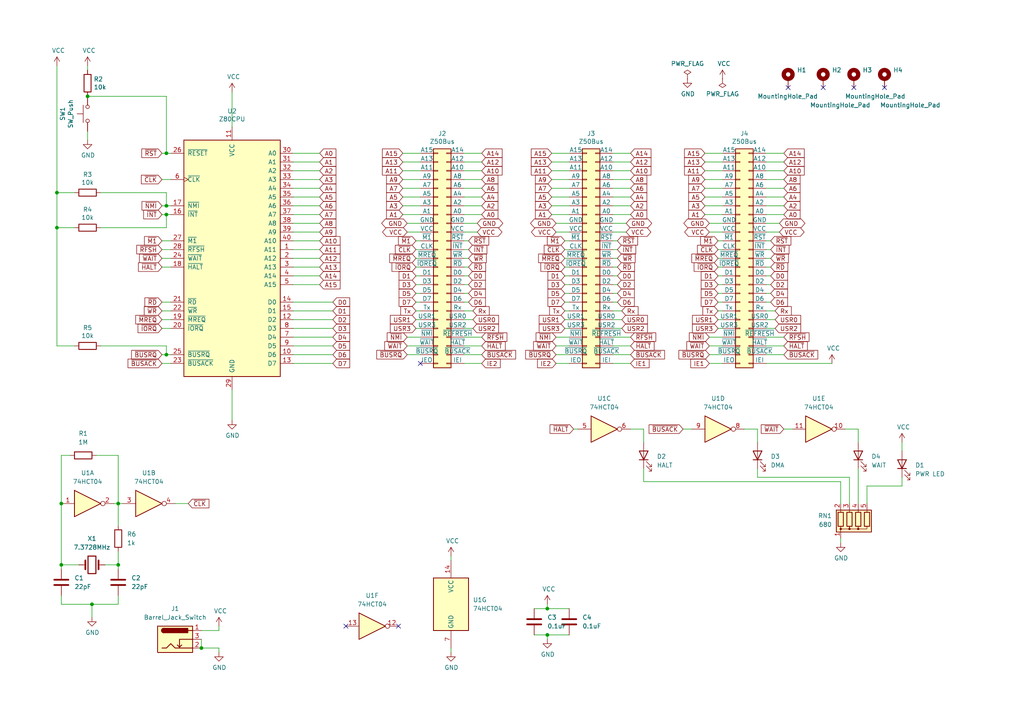
<source format=kicad_sch>
(kicad_sch (version 20211123) (generator eeschema)
  (paper "A4")
  (junction (at 34.29 146.05))
  (junction (at 158.75 184.15))
  (junction (at 26.67 175.26))
  (junction (at 16.51 66.04))
  (junction (at 34.29 163.83))
  (junction (at 25.4 27.94))
  (junction (at 17.78 146.05))
  (junction (at 158.75 176.53))
  (junction (at 17.78 163.83))
  (junction (at 58.42 187.96))
  (junction (at 48.26 62.23))
  (junction (at 16.51 55.88))
  (junction (at 48.26 59.69))
  (junction (at 48.26 102.87))
  (junction (at 48.26 44.45))
  (no_connect (at 121.92 105.41))
  (no_connect (at 115.57 181.61))
  (no_connect (at 100.33 181.61))
  (no_connect (at 228.6 25.4))
  (no_connect (at 238.76 25.4))
  (no_connect (at 247.65 25.4))
  (no_connect (at 256.54 25.4))
  (wire (pts (xy 58.42 185.42) (xy 58.42 187.96)))
  (wire (pts (xy 46.99 95.25) (xy 49.53 95.25)))
  (wire (pts (xy 58.42 182.88) (xy 63.5 182.88)))
  (wire (pts (xy 204.47 44.45) (xy 209.55 44.45)))
  (wire (pts (xy 222.25 69.85) (xy 223.52 69.85)))
  (wire (pts (xy 120.65 74.93) (xy 121.92 74.93)))
  (wire (pts (xy 177.8 77.47) (xy 179.07 77.47)))
  (wire (pts (xy 222.25 82.55) (xy 223.52 82.55)))
  (wire (pts (xy 219.71 138.43) (xy 246.38 138.43)))
  (wire (pts (xy 160.02 57.15) (xy 165.1 57.15)))
  (wire (pts (xy 48.26 66.04) (xy 48.26 62.23)))
  (wire (pts (xy 177.8 72.39) (xy 179.07 72.39)))
  (wire (pts (xy 177.8 102.87) (xy 182.88 102.87)))
  (wire (pts (xy 50.8 146.05) (xy 54.61 146.05)))
  (wire (pts (xy 85.09 82.55) (xy 92.71 82.55)))
  (wire (pts (xy 177.8 64.77) (xy 181.61 64.77)))
  (wire (pts (xy 227.33 124.46) (xy 229.87 124.46)))
  (wire (pts (xy 177.8 100.33) (xy 182.88 100.33)))
  (wire (pts (xy 120.65 82.55) (xy 121.92 82.55)))
  (wire (pts (xy 46.99 44.45) (xy 48.26 44.45)))
  (wire (pts (xy 177.8 95.25) (xy 180.34 95.25)))
  (wire (pts (xy 177.8 97.79) (xy 182.88 97.79)))
  (wire (pts (xy 116.84 52.07) (xy 121.92 52.07)))
  (wire (pts (xy 222.25 80.01) (xy 223.52 80.01)))
  (wire (pts (xy 163.83 82.55) (xy 165.1 82.55)))
  (wire (pts (xy 46.99 52.07) (xy 49.53 52.07)))
  (wire (pts (xy 29.21 66.04) (xy 48.26 66.04)))
  (wire (pts (xy 46.99 77.47) (xy 49.53 77.47)))
  (wire (pts (xy 130.81 187.96) (xy 130.81 189.23)))
  (wire (pts (xy 134.62 100.33) (xy 139.7 100.33)))
  (wire (pts (xy 46.99 102.87) (xy 48.26 102.87)))
  (wire (pts (xy 134.62 69.85) (xy 135.89 69.85)))
  (wire (pts (xy 85.09 69.85) (xy 92.71 69.85)))
  (wire (pts (xy 161.29 102.87) (xy 165.1 102.87)))
  (wire (pts (xy 134.62 77.47) (xy 135.89 77.47)))
  (wire (pts (xy 160.02 59.69) (xy 165.1 59.69)))
  (wire (pts (xy 198.12 124.46) (xy 200.66 124.46)))
  (wire (pts (xy 177.8 82.55) (xy 179.07 82.55)))
  (wire (pts (xy 227.33 46.99) (xy 222.25 46.99)))
  (wire (pts (xy 34.29 175.26) (xy 34.29 172.72)))
  (wire (pts (xy 222.25 95.25) (xy 224.79 95.25)))
  (wire (pts (xy 29.21 55.88) (xy 48.26 55.88)))
  (wire (pts (xy 16.51 55.88) (xy 16.51 66.04)))
  (wire (pts (xy 163.83 69.85) (xy 165.1 69.85)))
  (wire (pts (xy 205.74 100.33) (xy 209.55 100.33)))
  (wire (pts (xy 261.62 138.43) (xy 261.62 140.97)))
  (wire (pts (xy 177.8 69.85) (xy 179.07 69.85)))
  (wire (pts (xy 208.28 87.63) (xy 209.55 87.63)))
  (wire (pts (xy 208.28 69.85) (xy 209.55 69.85)))
  (wire (pts (xy 17.78 132.08) (xy 17.78 146.05)))
  (wire (pts (xy 163.83 90.17) (xy 165.1 90.17)))
  (wire (pts (xy 85.09 62.23) (xy 92.71 62.23)))
  (wire (pts (xy 46.99 62.23) (xy 48.26 62.23)))
  (wire (pts (xy 208.28 80.01) (xy 209.55 80.01)))
  (wire (pts (xy 204.47 62.23) (xy 209.55 62.23)))
  (wire (pts (xy 163.83 85.09) (xy 165.1 85.09)))
  (wire (pts (xy 222.25 90.17) (xy 224.79 90.17)))
  (wire (pts (xy 208.28 82.55) (xy 209.55 82.55)))
  (wire (pts (xy 182.88 57.15) (xy 177.8 57.15)))
  (wire (pts (xy 134.62 82.55) (xy 135.89 82.55)))
  (wire (pts (xy 63.5 182.88) (xy 63.5 181.61)))
  (wire (pts (xy 134.62 72.39) (xy 135.89 72.39)))
  (wire (pts (xy 46.99 69.85) (xy 49.53 69.85)))
  (wire (pts (xy 177.8 87.63) (xy 179.07 87.63)))
  (wire (pts (xy 182.88 62.23) (xy 177.8 62.23)))
  (wire (pts (xy 116.84 59.69) (xy 121.92 59.69)))
  (wire (pts (xy 205.74 67.31) (xy 209.55 67.31)))
  (wire (pts (xy 21.59 66.04) (xy 16.51 66.04)))
  (wire (pts (xy 222.25 100.33) (xy 227.33 100.33)))
  (wire (pts (xy 227.33 49.53) (xy 222.25 49.53)))
  (wire (pts (xy 222.25 87.63) (xy 223.52 87.63)))
  (wire (pts (xy 34.29 146.05) (xy 35.56 146.05)))
  (wire (pts (xy 139.7 59.69) (xy 134.62 59.69)))
  (wire (pts (xy 182.88 49.53) (xy 177.8 49.53)))
  (wire (pts (xy 186.69 124.46) (xy 186.69 128.27)))
  (wire (pts (xy 251.46 140.97) (xy 251.46 146.05)))
  (wire (pts (xy 222.25 64.77) (xy 226.06 64.77)))
  (wire (pts (xy 177.8 85.09) (xy 179.07 85.09)))
  (wire (pts (xy 138.43 67.31) (xy 134.62 67.31)))
  (wire (pts (xy 85.09 67.31) (xy 92.71 67.31)))
  (wire (pts (xy 182.88 124.46) (xy 186.69 124.46)))
  (wire (pts (xy 243.84 139.7) (xy 243.84 146.05)))
  (wire (pts (xy 46.99 87.63) (xy 49.53 87.63)))
  (wire (pts (xy 208.28 90.17) (xy 209.55 90.17)))
  (wire (pts (xy 208.28 85.09) (xy 209.55 85.09)))
  (wire (pts (xy 219.71 135.89) (xy 219.71 138.43)))
  (wire (pts (xy 204.47 59.69) (xy 209.55 59.69)))
  (wire (pts (xy 166.37 124.46) (xy 167.64 124.46)))
  (wire (pts (xy 120.65 90.17) (xy 121.92 90.17)))
  (wire (pts (xy 48.26 102.87) (xy 49.53 102.87)))
  (wire (pts (xy 158.75 175.26) (xy 158.75 176.53)))
  (wire (pts (xy 134.62 85.09) (xy 135.89 85.09)))
  (wire (pts (xy 177.8 90.17) (xy 180.34 90.17)))
  (wire (pts (xy 160.02 44.45) (xy 165.1 44.45)))
  (wire (pts (xy 85.09 102.87) (xy 96.52 102.87)))
  (wire (pts (xy 160.02 49.53) (xy 165.1 49.53)))
  (wire (pts (xy 46.99 105.41) (xy 49.53 105.41)))
  (wire (pts (xy 205.74 102.87) (xy 209.55 102.87)))
  (wire (pts (xy 222.25 92.71) (xy 224.79 92.71)))
  (wire (pts (xy 116.84 62.23) (xy 121.92 62.23)))
  (wire (pts (xy 17.78 175.26) (xy 26.67 175.26)))
  (wire (pts (xy 208.28 77.47) (xy 209.55 77.47)))
  (wire (pts (xy 160.02 54.61) (xy 165.1 54.61)))
  (wire (pts (xy 21.59 55.88) (xy 16.51 55.88)))
  (wire (pts (xy 63.5 187.96) (xy 63.5 189.23)))
  (wire (pts (xy 120.65 77.47) (xy 121.92 77.47)))
  (wire (pts (xy 85.09 59.69) (xy 92.71 59.69)))
  (wire (pts (xy 186.69 139.7) (xy 243.84 139.7)))
  (wire (pts (xy 134.62 74.93) (xy 135.89 74.93)))
  (wire (pts (xy 261.62 140.97) (xy 251.46 140.97)))
  (wire (pts (xy 248.92 124.46) (xy 248.92 128.27)))
  (wire (pts (xy 161.29 100.33) (xy 165.1 100.33)))
  (wire (pts (xy 182.88 54.61) (xy 177.8 54.61)))
  (wire (pts (xy 30.48 163.83) (xy 34.29 163.83)))
  (wire (pts (xy 120.65 95.25) (xy 121.92 95.25)))
  (wire (pts (xy 139.7 52.07) (xy 134.62 52.07)))
  (wire (pts (xy 34.29 146.05) (xy 34.29 152.4)))
  (wire (pts (xy 46.99 72.39) (xy 49.53 72.39)))
  (wire (pts (xy 215.9 124.46) (xy 219.71 124.46)))
  (wire (pts (xy 85.09 87.63) (xy 96.52 87.63)))
  (wire (pts (xy 227.33 59.69) (xy 222.25 59.69)))
  (wire (pts (xy 158.75 184.15) (xy 158.75 185.42)))
  (wire (pts (xy 139.7 49.53) (xy 134.62 49.53)))
  (wire (pts (xy 160.02 46.99) (xy 165.1 46.99)))
  (wire (pts (xy 85.09 74.93) (xy 92.71 74.93)))
  (wire (pts (xy 160.02 62.23) (xy 165.1 62.23)))
  (wire (pts (xy 85.09 100.33) (xy 96.52 100.33)))
  (wire (pts (xy 227.33 62.23) (xy 222.25 62.23)))
  (wire (pts (xy 227.33 44.45) (xy 222.25 44.45)))
  (wire (pts (xy 134.62 92.71) (xy 137.16 92.71)))
  (wire (pts (xy 177.8 105.41) (xy 182.88 105.41)))
  (wire (pts (xy 222.25 102.87) (xy 227.33 102.87)))
  (wire (pts (xy 120.65 69.85) (xy 121.92 69.85)))
  (wire (pts (xy 154.94 176.53) (xy 158.75 176.53)))
  (wire (pts (xy 161.29 105.41) (xy 165.1 105.41)))
  (wire (pts (xy 204.47 54.61) (xy 209.55 54.61)))
  (wire (pts (xy 139.7 44.45) (xy 134.62 44.45)))
  (wire (pts (xy 48.26 100.33) (xy 48.26 102.87)))
  (wire (pts (xy 248.92 135.89) (xy 248.92 146.05)))
  (wire (pts (xy 154.94 184.15) (xy 158.75 184.15)))
  (wire (pts (xy 227.33 52.07) (xy 222.25 52.07)))
  (wire (pts (xy 25.4 19.05) (xy 25.4 20.32)))
  (wire (pts (xy 21.59 100.33) (xy 16.51 100.33)))
  (wire (pts (xy 120.65 87.63) (xy 121.92 87.63)))
  (wire (pts (xy 222.25 72.39) (xy 223.52 72.39)))
  (wire (pts (xy 46.99 90.17) (xy 49.53 90.17)))
  (wire (pts (xy 181.61 67.31) (xy 177.8 67.31)))
  (wire (pts (xy 222.25 97.79) (xy 227.33 97.79)))
  (wire (pts (xy 46.99 74.93) (xy 49.53 74.93)))
  (wire (pts (xy 120.65 85.09) (xy 121.92 85.09)))
  (wire (pts (xy 204.47 52.07) (xy 209.55 52.07)))
  (wire (pts (xy 182.88 52.07) (xy 177.8 52.07)))
  (wire (pts (xy 67.31 113.03) (xy 67.31 121.92)))
  (wire (pts (xy 118.11 67.31) (xy 121.92 67.31)))
  (wire (pts (xy 34.29 163.83) (xy 34.29 165.1)))
  (wire (pts (xy 118.11 64.77) (xy 121.92 64.77)))
  (wire (pts (xy 120.65 72.39) (xy 121.92 72.39)))
  (wire (pts (xy 243.84 156.21) (xy 243.84 157.48)))
  (wire (pts (xy 208.28 92.71) (xy 209.55 92.71)))
  (wire (pts (xy 165.1 184.15) (xy 158.75 184.15)))
  (wire (pts (xy 48.26 59.69) (xy 49.53 59.69)))
  (wire (pts (xy 16.51 66.04) (xy 16.51 100.33)))
  (wire (pts (xy 85.09 44.45) (xy 92.71 44.45)))
  (wire (pts (xy 33.02 146.05) (xy 34.29 146.05)))
  (wire (pts (xy 161.29 67.31) (xy 165.1 67.31)))
  (wire (pts (xy 205.74 97.79) (xy 209.55 97.79)))
  (wire (pts (xy 26.67 175.26) (xy 34.29 175.26)))
  (wire (pts (xy 25.4 38.1) (xy 25.4 40.64)))
  (wire (pts (xy 85.09 90.17) (xy 96.52 90.17)))
  (wire (pts (xy 163.83 92.71) (xy 165.1 92.71)))
  (wire (pts (xy 177.8 74.93) (xy 179.07 74.93)))
  (wire (pts (xy 48.26 44.45) (xy 49.53 44.45)))
  (wire (pts (xy 48.26 55.88) (xy 48.26 59.69)))
  (wire (pts (xy 177.8 92.71) (xy 180.34 92.71)))
  (wire (pts (xy 25.4 27.94) (xy 48.26 27.94)))
  (wire (pts (xy 204.47 49.53) (xy 209.55 49.53)))
  (wire (pts (xy 222.25 74.93) (xy 223.52 74.93)))
  (wire (pts (xy 58.42 187.96) (xy 63.5 187.96)))
  (wire (pts (xy 85.09 57.15) (xy 92.71 57.15)))
  (wire (pts (xy 17.78 146.05) (xy 17.78 163.83)))
  (wire (pts (xy 139.7 54.61) (xy 134.62 54.61)))
  (wire (pts (xy 34.29 132.08) (xy 34.29 146.05)))
  (wire (pts (xy 208.28 95.25) (xy 209.55 95.25)))
  (wire (pts (xy 85.09 95.25) (xy 96.52 95.25)))
  (wire (pts (xy 17.78 172.72) (xy 17.78 175.26)))
  (wire (pts (xy 116.84 57.15) (xy 121.92 57.15)))
  (wire (pts (xy 158.75 176.53) (xy 165.1 176.53)))
  (wire (pts (xy 120.65 80.01) (xy 121.92 80.01)))
  (wire (pts (xy 163.83 77.47) (xy 165.1 77.47)))
  (wire (pts (xy 85.09 92.71) (xy 96.52 92.71)))
  (wire (pts (xy 134.62 97.79) (xy 139.7 97.79)))
  (wire (pts (xy 139.7 46.99) (xy 134.62 46.99)))
  (wire (pts (xy 208.28 74.93) (xy 209.55 74.93)))
  (wire (pts (xy 134.62 87.63) (xy 135.89 87.63)))
  (wire (pts (xy 134.62 80.01) (xy 135.89 80.01)))
  (wire (pts (xy 116.84 54.61) (xy 121.92 54.61)))
  (wire (pts (xy 118.11 100.33) (xy 121.92 100.33)))
  (wire (pts (xy 17.78 132.08) (xy 20.32 132.08)))
  (wire (pts (xy 163.83 72.39) (xy 165.1 72.39)))
  (wire (pts (xy 85.09 105.41) (xy 96.52 105.41)))
  (wire (pts (xy 227.33 54.61) (xy 222.25 54.61)))
  (wire (pts (xy 182.88 59.69) (xy 177.8 59.69)))
  (wire (pts (xy 46.99 92.71) (xy 49.53 92.71)))
  (wire (pts (xy 134.62 95.25) (xy 137.16 95.25)))
  (wire (pts (xy 182.88 44.45) (xy 177.8 44.45)))
  (wire (pts (xy 163.83 87.63) (xy 165.1 87.63)))
  (wire (pts (xy 85.09 80.01) (xy 92.71 80.01)))
  (wire (pts (xy 205.74 64.77) (xy 209.55 64.77)))
  (wire (pts (xy 139.7 57.15) (xy 134.62 57.15)))
  (wire (pts (xy 163.83 74.93) (xy 165.1 74.93)))
  (wire (pts (xy 85.09 72.39) (xy 92.71 72.39)))
  (wire (pts (xy 85.09 77.47) (xy 92.71 77.47)))
  (wire (pts (xy 246.38 138.43) (xy 246.38 146.05)))
  (wire (pts (xy 134.62 102.87) (xy 139.7 102.87)))
  (wire (pts (xy 134.62 105.41) (xy 139.7 105.41)))
  (wire (pts (xy 186.69 135.89) (xy 186.69 139.7)))
  (wire (pts (xy 205.74 105.41) (xy 209.55 105.41)))
  (wire (pts (xy 226.06 67.31) (xy 222.25 67.31)))
  (wire (pts (xy 219.71 124.46) (xy 219.71 128.27)))
  (wire (pts (xy 160.02 52.07) (xy 165.1 52.07)))
  (wire (pts (xy 177.8 80.01) (xy 179.07 80.01)))
  (wire (pts (xy 222.25 85.09) (xy 223.52 85.09)))
  (wire (pts (xy 182.88 46.99) (xy 177.8 46.99)))
  (wire (pts (xy 85.09 54.61) (xy 92.71 54.61)))
  (wire (pts (xy 17.78 165.1) (xy 17.78 163.83)))
  (wire (pts (xy 134.62 90.17) (xy 137.16 90.17)))
  (wire (pts (xy 16.51 19.05) (xy 16.51 55.88)))
  (wire (pts (xy 46.99 59.69) (xy 48.26 59.69)))
  (wire (pts (xy 48.26 62.23) (xy 49.53 62.23)))
  (wire (pts (xy 118.11 102.87) (xy 121.92 102.87)))
  (wire (pts (xy 204.47 46.99) (xy 209.55 46.99)))
  (wire (pts (xy 85.09 97.79) (xy 96.52 97.79)))
  (wire (pts (xy 85.09 52.07) (xy 92.71 52.07)))
  (wire (pts (xy 245.11 124.46) (xy 248.92 124.46)))
  (wire (pts (xy 85.09 49.53) (xy 92.71 49.53)))
  (wire (pts (xy 161.29 97.79) (xy 165.1 97.79)))
  (wire (pts (xy 222.25 77.47) (xy 223.52 77.47)))
  (wire (pts (xy 17.78 163.83) (xy 22.86 163.83)))
  (wire (pts (xy 204.47 57.15) (xy 209.55 57.15)))
  (wire (pts (xy 163.83 95.25) (xy 165.1 95.25)))
  (wire (pts (xy 139.7 62.23) (xy 134.62 62.23)))
  (wire (pts (xy 118.11 97.79) (xy 121.92 97.79)))
  (wire (pts (xy 261.62 128.27) (xy 261.62 130.81)))
  (wire (pts (xy 116.84 44.45) (xy 121.92 44.45)))
  (wire (pts (xy 85.09 64.77) (xy 92.71 64.77)))
  (wire (pts (xy 120.65 92.71) (xy 121.92 92.71)))
  (wire (pts (xy 130.81 161.29) (xy 130.81 162.56)))
  (wire (pts (xy 227.33 57.15) (xy 222.25 57.15)))
  (wire (pts (xy 85.09 46.99) (xy 92.71 46.99)))
  (wire (pts (xy 48.26 27.94) (xy 48.26 44.45)))
  (wire (pts (xy 116.84 49.53) (xy 121.92 49.53)))
  (wire (pts (xy 208.28 72.39) (xy 209.55 72.39)))
  (wire (pts (xy 222.25 105.41) (xy 241.3 105.41)))
  (wire (pts (xy 67.31 26.67) (xy 67.31 36.83)))
  (wire (pts (xy 27.94 132.08) (xy 34.29 132.08)))
  (wire (pts (xy 116.84 46.99) (xy 121.92 46.99)))
  (wire (pts (xy 163.83 80.01) (xy 165.1 80.01)))
  (wire (pts (xy 34.29 160.02) (xy 34.29 163.83)))
  (wire (pts (xy 161.29 64.77) (xy 165.1 64.77)))
  (wire (pts (xy 26.67 175.26) (xy 26.67 179.07)))
  (wire (pts (xy 29.21 100.33) (xy 48.26 100.33)))
  (wire (pts (xy 134.62 64.77) (xy 138.43 64.77)))
  (global_label "D7" (shape input) (at 96.52 105.41 0) (property "Intersheet References" "${INTERSHEET_REFS}" (effects hide)))
  (global_label "D7" (shape input) (at 163.83 87.63 180) (property "Intersheet References" "${INTERSHEET_REFS}" (effects hide)))
  (global_label "D2" (shape input) (at 96.52 92.71 0) (property "Intersheet References" "${INTERSHEET_REFS}" (effects hide)))
  (global_label "A15" (shape input) (at 204.47 44.45 180) (property "Intersheet References" "${INTERSHEET_REFS}" (effects hide)))
  (global_label "IE2" (shape input) (at 161.29 105.41 180) (property "Intersheet References" "${INTERSHEET_REFS}" (effects hide)))
  (global_label "~{RD}" (shape input) (at 223.52 77.47 0) (property "Intersheet References" "${INTERSHEET_REFS}" (effects hide)))
  (global_label "USR3" (shape input) (at 163.83 95.25 180) (property "Intersheet References" "${INTERSHEET_REFS}" (effects hide)))
  (global_label "A15" (shape input) (at 92.71 82.55 0) (property "Intersheet References" "${INTERSHEET_REFS}" (effects hide)))
  (global_label "Tx" (shape input) (at 120.65 90.17 180) (property "Intersheet References" "${INTERSHEET_REFS}" (effects hide)))
  (global_label "~{WR}" (shape input) (at 135.89 74.93 0) (property "Intersheet References" "${INTERSHEET_REFS}" (effects hide)))
  (global_label "~{CLK}" (shape input) (at 163.83 72.39 180) (property "Intersheet References" "${INTERSHEET_REFS}" (effects hide)))
  (global_label "A10" (shape input) (at 227.33 49.53 0) (property "Intersheet References" "${INTERSHEET_REFS}" (effects hide)))
  (global_label "A0" (shape input) (at 139.7 62.23 0) (property "Intersheet References" "${INTERSHEET_REFS}" (effects hide)))
  (global_label "~{IORQ}" (shape input) (at 46.99 95.25 180) (property "Intersheet References" "${INTERSHEET_REFS}" (effects hide)))
  (global_label "A7" (shape input) (at 116.84 54.61 180) (property "Intersheet References" "${INTERSHEET_REFS}" (effects hide)))
  (global_label "Rx" (shape input) (at 137.16 90.17 0) (property "Intersheet References" "${INTERSHEET_REFS}" (effects hide)))
  (global_label "A2" (shape input) (at 139.7 59.69 0) (property "Intersheet References" "${INTERSHEET_REFS}" (effects hide)))
  (global_label "IE1" (shape input) (at 182.88 105.41 0) (property "Intersheet References" "${INTERSHEET_REFS}" (effects hide)))
  (global_label "A7" (shape input) (at 92.71 62.23 0) (property "Intersheet References" "${INTERSHEET_REFS}" (effects hide)))
  (global_label "~{WR}" (shape input) (at 46.99 90.17 180) (property "Intersheet References" "${INTERSHEET_REFS}" (effects hide)))
  (global_label "~{CLK}" (shape input) (at 208.28 72.39 180) (property "Intersheet References" "${INTERSHEET_REFS}" (effects hide)))
  (global_label "~{RD}" (shape input) (at 179.07 77.47 0) (property "Intersheet References" "${INTERSHEET_REFS}" (effects hide)))
  (global_label "A7" (shape input) (at 204.47 54.61 180) (property "Intersheet References" "${INTERSHEET_REFS}" (effects hide)))
  (global_label "A3" (shape input) (at 160.02 59.69 180) (property "Intersheet References" "${INTERSHEET_REFS}" (effects hide)))
  (global_label "A9" (shape input) (at 92.71 67.31 0) (property "Intersheet References" "${INTERSHEET_REFS}" (effects hide)))
  (global_label "D1" (shape input) (at 120.65 80.01 180) (property "Intersheet References" "${INTERSHEET_REFS}" (effects hide)))
  (global_label "A1" (shape input) (at 116.84 62.23 180) (property "Intersheet References" "${INTERSHEET_REFS}" (effects hide)))
  (global_label "~{NMI}" (shape input) (at 161.29 97.79 180) (property "Intersheet References" "${INTERSHEET_REFS}" (effects hide)))
  (global_label "A0" (shape input) (at 227.33 62.23 0) (property "Intersheet References" "${INTERSHEET_REFS}" (effects hide)))
  (global_label "D7" (shape input) (at 208.28 87.63 180) (property "Intersheet References" "${INTERSHEET_REFS}" (effects hide)))
  (global_label "~{INT}" (shape input) (at 135.89 72.39 0) (property "Intersheet References" "${INTERSHEET_REFS}" (effects hide)))
  (global_label "A15" (shape input) (at 116.84 44.45 180) (property "Intersheet References" "${INTERSHEET_REFS}" (effects hide)))
  (global_label "A6" (shape input) (at 227.33 54.61 0) (property "Intersheet References" "${INTERSHEET_REFS}" (effects hide)))
  (global_label "A10" (shape input) (at 139.7 49.53 0) (property "Intersheet References" "${INTERSHEET_REFS}" (effects hide)))
  (global_label "D0" (shape input) (at 223.52 80.01 0) (property "Intersheet References" "${INTERSHEET_REFS}" (effects hide)))
  (global_label "A2" (shape input) (at 182.88 59.69 0) (property "Intersheet References" "${INTERSHEET_REFS}" (effects hide)))
  (global_label "D3" (shape input) (at 163.83 82.55 180) (property "Intersheet References" "${INTERSHEET_REFS}" (effects hide)))
  (global_label "A6" (shape input) (at 139.7 54.61 0) (property "Intersheet References" "${INTERSHEET_REFS}" (effects hide)))
  (global_label "~{RD}" (shape input) (at 46.99 87.63 180) (property "Intersheet References" "${INTERSHEET_REFS}" (effects hide)))
  (global_label "A3" (shape input) (at 116.84 59.69 180) (property "Intersheet References" "${INTERSHEET_REFS}" (effects hide)))
  (global_label "USR2" (shape input) (at 137.16 95.25 0) (property "Intersheet References" "${INTERSHEET_REFS}" (effects hide)))
  (global_label "~{M1}" (shape input) (at 46.99 69.85 180) (property "Intersheet References" "${INTERSHEET_REFS}" (effects hide)))
  (global_label "A10" (shape input) (at 92.71 69.85 0) (property "Intersheet References" "${INTERSHEET_REFS}" (effects hide)))
  (global_label "~{CLK}" (shape input) (at 46.99 52.07 180) (property "Intersheet References" "${INTERSHEET_REFS}" (effects hide)))
  (global_label "~{WAIT}" (shape input) (at 161.29 100.33 180) (property "Intersheet References" "${INTERSHEET_REFS}" (effects hide)))
  (global_label "~{BUSRQ}" (shape input) (at 118.11 102.87 180) (property "Intersheet References" "${INTERSHEET_REFS}" (effects hide)))
  (global_label "IE1" (shape input) (at 205.74 105.41 180) (property "Intersheet References" "${INTERSHEET_REFS}" (effects hide)))
  (global_label "USR2" (shape input) (at 224.79 95.25 0) (property "Intersheet References" "${INTERSHEET_REFS}" (effects hide)))
  (global_label "A1" (shape input) (at 204.47 62.23 180) (property "Intersheet References" "${INTERSHEET_REFS}" (effects hide)))
  (global_label "~{MREQ}" (shape input) (at 120.65 74.93 180) (property "Intersheet References" "${INTERSHEET_REFS}" (effects hide)))
  (global_label "A1" (shape input) (at 92.71 46.99 0) (property "Intersheet References" "${INTERSHEET_REFS}" (effects hide)))
  (global_label "~{INT}" (shape input) (at 179.07 72.39 0) (property "Intersheet References" "${INTERSHEET_REFS}" (effects hide)))
  (global_label "A13" (shape input) (at 116.84 46.99 180) (property "Intersheet References" "${INTERSHEET_REFS}" (effects hide)))
  (global_label "~{RST}" (shape input) (at 135.89 69.85 0) (property "Intersheet References" "${INTERSHEET_REFS}" (effects hide)))
  (global_label "USR3" (shape input) (at 120.65 95.25 180) (property "Intersheet References" "${INTERSHEET_REFS}" (effects hide)))
  (global_label "~{MREQ}" (shape input) (at 163.83 74.93 180) (property "Intersheet References" "${INTERSHEET_REFS}" (effects hide)))
  (global_label "~{MREQ}" (shape input) (at 208.28 74.93 180) (property "Intersheet References" "${INTERSHEET_REFS}" (effects hide)))
  (global_label "D0" (shape input) (at 96.52 87.63 0) (property "Intersheet References" "${INTERSHEET_REFS}" (effects hide)))
  (global_label "USR2" (shape input) (at 180.34 95.25 0) (property "Intersheet References" "${INTERSHEET_REFS}" (effects hide)))
  (global_label "A0" (shape input) (at 182.88 62.23 0) (property "Intersheet References" "${INTERSHEET_REFS}" (effects hide)))
  (global_label "USR3" (shape input) (at 208.28 95.25 180) (property "Intersheet References" "${INTERSHEET_REFS}" (effects hide)))
  (global_label "~{WAIT}" (shape input) (at 46.99 74.93 180) (property "Intersheet References" "${INTERSHEET_REFS}" (effects hide)))
  (global_label "A5" (shape input) (at 116.84 57.15 180) (property "Intersheet References" "${INTERSHEET_REFS}" (effects hide)))
  (global_label "~{RFSH}" (shape input) (at 139.7 97.79 0) (property "Intersheet References" "${INTERSHEET_REFS}" (effects hide)))
  (global_label "A7" (shape input) (at 160.02 54.61 180) (property "Intersheet References" "${INTERSHEET_REFS}" (effects hide)))
  (global_label "~{RD}" (shape input) (at 135.89 77.47 0) (property "Intersheet References" "${INTERSHEET_REFS}" (effects hide)))
  (global_label "D0" (shape input) (at 135.89 80.01 0) (property "Intersheet References" "${INTERSHEET_REFS}" (effects hide)))
  (global_label "D2" (shape input) (at 135.89 82.55 0) (property "Intersheet References" "${INTERSHEET_REFS}" (effects hide)))
  (global_label "~{BUSACK}" (shape input) (at 139.7 102.87 0) (property "Intersheet References" "${INTERSHEET_REFS}" (effects hide)))
  (global_label "A5" (shape input) (at 160.02 57.15 180) (property "Intersheet References" "${INTERSHEET_REFS}" (effects hide)))
  (global_label "Rx" (shape input) (at 180.34 90.17 0) (property "Intersheet References" "${INTERSHEET_REFS}" (effects hide)))
  (global_label "A2" (shape input) (at 92.71 49.53 0) (property "Intersheet References" "${INTERSHEET_REFS}" (effects hide)))
  (global_label "~{RFSH}" (shape input) (at 182.88 97.79 0) (property "Intersheet References" "${INTERSHEET_REFS}" (effects hide)))
  (global_label "~{NMI}" (shape input) (at 205.74 97.79 180) (property "Intersheet References" "${INTERSHEET_REFS}" (effects hide)))
  (global_label "D1" (shape input) (at 163.83 80.01 180) (property "Intersheet References" "${INTERSHEET_REFS}" (effects hide)))
  (global_label "A14" (shape input) (at 139.7 44.45 0) (property "Intersheet References" "${INTERSHEET_REFS}" (effects hide)))
  (global_label "A11" (shape input) (at 204.47 49.53 180) (property "Intersheet References" "${INTERSHEET_REFS}" (effects hide)))
  (global_label "A11" (shape input) (at 116.84 49.53 180) (property "Intersheet References" "${INTERSHEET_REFS}" (effects hide)))
  (global_label "A11" (shape input) (at 92.71 72.39 0) (property "Intersheet References" "${INTERSHEET_REFS}" (effects hide)))
  (global_label "~{BUSACK}" (shape input) (at 46.99 105.41 180) (property "Intersheet References" "${INTERSHEET_REFS}" (effects hide)))
  (global_label "~{RFSH}" (shape input) (at 46.99 72.39 180) (property "Intersheet References" "${INTERSHEET_REFS}" (effects hide)))
  (global_label "~{HALT}" (shape input) (at 182.88 100.33 0) (property "Intersheet References" "${INTERSHEET_REFS}" (effects hide)))
  (global_label "A3" (shape input) (at 92.71 52.07 0) (property "Intersheet References" "${INTERSHEET_REFS}" (effects hide)))
  (global_label "~{M1}" (shape input) (at 208.28 69.85 180) (property "Intersheet References" "${INTERSHEET_REFS}" (effects hide)))
  (global_label "A8" (shape input) (at 92.71 64.77 0) (property "Intersheet References" "${INTERSHEET_REFS}" (effects hide)))
  (global_label "USR1" (shape input) (at 208.28 92.71 180) (property "Intersheet References" "${INTERSHEET_REFS}" (effects hide)))
  (global_label "A6" (shape input) (at 182.88 54.61 0) (property "Intersheet References" "${INTERSHEET_REFS}" (effects hide)))
  (global_label "VCC" (shape bidirectional) (at 161.29 67.31 180) (property "Intersheet References" "${INTERSHEET_REFS}" (effects hide)))
  (global_label "GND" (shape bidirectional) (at 118.11 64.77 180) (property "Intersheet References" "${INTERSHEET_REFS}" (effects hide)))
  (global_label "VCC" (shape bidirectional) (at 138.43 67.31 0) (property "Intersheet References" "${INTERSHEET_REFS}" (effects hide)))
  (global_label "~{NMI}" (shape input) (at 118.11 97.79 180) (property "Intersheet References" "${INTERSHEET_REFS}" (effects hide)))
  (global_label "A13" (shape input) (at 204.47 46.99 180) (property "Intersheet References" "${INTERSHEET_REFS}" (effects hide)))
  (global_label "~{HALT}" (shape input) (at 166.37 124.46 180) (property "Intersheet References" "${INTERSHEET_REFS}" (effects hide)))
  (global_label "D0" (shape input) (at 179.07 80.01 0) (property "Intersheet References" "${INTERSHEET_REFS}" (effects hide)))
  (global_label "A12" (shape input) (at 92.71 74.93 0) (property "Intersheet References" "${INTERSHEET_REFS}" (effects hide)))
  (global_label "~{BUSACK}" (shape input) (at 198.12 124.46 180) (property "Intersheet References" "${INTERSHEET_REFS}" (effects hide)))
  (global_label "USR0" (shape input) (at 137.16 92.71 0) (property "Intersheet References" "${INTERSHEET_REFS}" (effects hide)))
  (global_label "D6" (shape input) (at 135.89 87.63 0) (property "Intersheet References" "${INTERSHEET_REFS}" (effects hide)))
  (global_label "A8" (shape input) (at 182.88 52.07 0) (property "Intersheet References" "${INTERSHEET_REFS}" (effects hide)))
  (global_label "~{IORQ}" (shape input) (at 120.65 77.47 180) (property "Intersheet References" "${INTERSHEET_REFS}" (effects hide)))
  (global_label "VCC" (shape bidirectional) (at 205.74 67.31 180) (property "Intersheet References" "${INTERSHEET_REFS}" (effects hide)))
  (global_label "USR1" (shape input) (at 163.83 92.71 180) (property "Intersheet References" "${INTERSHEET_REFS}" (effects hide)))
  (global_label "D5" (shape input) (at 120.65 85.09 180) (property "Intersheet References" "${INTERSHEET_REFS}" (effects hide)))
  (global_label "~{RST}" (shape input) (at 179.07 69.85 0) (property "Intersheet References" "${INTERSHEET_REFS}" (effects hide)))
  (global_label "~{WAIT}" (shape input) (at 227.33 124.46 180) (property "Intersheet References" "${INTERSHEET_REFS}" (effects hide)))
  (global_label "A14" (shape input) (at 182.88 44.45 0) (property "Intersheet References" "${INTERSHEET_REFS}" (effects hide)))
  (global_label "D3" (shape input) (at 208.28 82.55 180) (property "Intersheet References" "${INTERSHEET_REFS}" (effects hide)))
  (global_label "D1" (shape input) (at 208.28 80.01 180) (property "Intersheet References" "${INTERSHEET_REFS}" (effects hide)))
  (global_label "D6" (shape input) (at 179.07 87.63 0) (property "Intersheet References" "${INTERSHEET_REFS}" (effects hide)))
  (global_label "D6" (shape input) (at 223.52 87.63 0) (property "Intersheet References" "${INTERSHEET_REFS}" (effects hide)))
  (global_label "A9" (shape input) (at 116.84 52.07 180) (property "Intersheet References" "${INTERSHEET_REFS}" (effects hide)))
  (global_label "A4" (shape input) (at 227.33 57.15 0) (property "Intersheet References" "${INTERSHEET_REFS}" (effects hide)))
  (global_label "Rx" (shape input) (at 224.79 90.17 0) (property "Intersheet References" "${INTERSHEET_REFS}" (effects hide)))
  (global_label "A12" (shape input) (at 139.7 46.99 0) (property "Intersheet References" "${INTERSHEET_REFS}" (effects hide)))
  (global_label "~{INT}" (shape input) (at 46.99 62.23 180) (property "Intersheet References" "${INTERSHEET_REFS}" (effects hide)))
  (global_label "A1" (shape input) (at 160.02 62.23 180) (property "Intersheet References" "${INTERSHEET_REFS}" (effects hide)))
  (global_label "A14" (shape input) (at 92.71 80.01 0) (property "Intersheet References" "${INTERSHEET_REFS}" (effects hide)))
  (global_label "VCC" (shape bidirectional) (at 226.06 67.31 0) (property "Intersheet References" "${INTERSHEET_REFS}" (effects hide)))
  (global_label "~{RST}" (shape input) (at 46.99 44.45 180) (property "Intersheet References" "${INTERSHEET_REFS}" (effects hide)))
  (global_label "~{WAIT}" (shape input) (at 205.74 100.33 180) (property "Intersheet References" "${INTERSHEET_REFS}" (effects hide)))
  (global_label "GND" (shape bidirectional) (at 138.43 64.77 0) (property "Intersheet References" "${INTERSHEET_REFS}" (effects hide)))
  (global_label "GND" (shape bidirectional) (at 205.74 64.77 180) (property "Intersheet References" "${INTERSHEET_REFS}" (effects hide)))
  (global_label "D2" (shape input) (at 223.52 82.55 0) (property "Intersheet References" "${INTERSHEET_REFS}" (effects hide)))
  (global_label "D4" (shape input) (at 96.52 97.79 0) (property "Intersheet References" "${INTERSHEET_REFS}" (effects hide)))
  (global_label "~{M1}" (shape input) (at 163.83 69.85 180) (property "Intersheet References" "${INTERSHEET_REFS}" (effects hide)))
  (global_label "D3" (shape input) (at 120.65 82.55 180) (property "Intersheet References" "${INTERSHEET_REFS}" (effects hide)))
  (global_label "D6" (shape input) (at 96.52 102.87 0) (property "Intersheet References" "${INTERSHEET_REFS}" (effects hide)))
  (global_label "Tx" (shape input) (at 208.28 90.17 180) (property "Intersheet References" "${INTERSHEET_REFS}" (effects hide)))
  (global_label "~{IORQ}" (shape input) (at 208.28 77.47 180) (property "Intersheet References" "${INTERSHEET_REFS}" (effects hide)))
  (global_label "A6" (shape input) (at 92.71 59.69 0) (property "Intersheet References" "${INTERSHEET_REFS}" (effects hide)))
  (global_label "D7" (shape input) (at 120.65 87.63 180) (property "Intersheet References" "${INTERSHEET_REFS}" (effects hide)))
  (global_label "D4" (shape input) (at 135.89 85.09 0) (property "Intersheet References" "${INTERSHEET_REFS}" (effects hide)))
  (global_label "USR0" (shape input) (at 180.34 92.71 0) (property "Intersheet References" "${INTERSHEET_REFS}" (effects hide)))
  (global_label "A5" (shape input) (at 204.47 57.15 180) (property "Intersheet References" "${INTERSHEET_REFS}" (effects hide)))
  (global_label "~{CLK}" (shape input) (at 120.65 72.39 180) (property "Intersheet References" "${INTERSHEET_REFS}" (effects hide)))
  (global_label "Tx" (shape input) (at 163.83 90.17 180) (property "Intersheet References" "${INTERSHEET_REFS}" (effects hide)))
  (global_label "USR1" (shape input) (at 120.65 92.71 180) (property "Intersheet References" "${INTERSHEET_REFS}" (effects hide)))
  (global_label "A2" (shape input) (at 227.33 59.69 0) (property "Intersheet References" "${INTERSHEET_REFS}" (effects hide)))
  (global_label "~{RFSH}" (shape input) (at 227.33 97.79 0) (property "Intersheet References" "${INTERSHEET_REFS}" (effects hide)))
  (global_label "USR0" (shape input) (at 224.79 92.71 0) (property "Intersheet References" "${INTERSHEET_REFS}" (effects hide)))
  (global_label "~{INT}" (shape input) (at 223.52 72.39 0) (property "Intersheet References" "${INTERSHEET_REFS}" (effects hide)))
  (global_label "GND" (shape bidirectional) (at 226.06 64.77 0) (property "Intersheet References" "${INTERSHEET_REFS}" (effects hide)))
  (global_label "~{NMI}" (shape input) (at 46.99 59.69 180) (property "Intersheet References" "${INTERSHEET_REFS}" (effects hide)))
  (global_label "A12" (shape input) (at 227.33 46.99 0) (property "Intersheet References" "${INTERSHEET_REFS}" (effects hide)))
  (global_label "D4" (shape input) (at 179.07 85.09 0) (property "Intersheet References" "${INTERSHEET_REFS}" (effects hide)))
  (global_label "~{CLK}" (shape input) (at 54.61 146.05 0) (property "Intersheet References" "${INTERSHEET_REFS}" (effects hide)))
  (global_label "~{BUSACK}" (shape input) (at 227.33 102.87 0) (property "Intersheet References" "${INTERSHEET_REFS}" (effects hide)))
  (global_label "~{RST}" (shape input) (at 223.52 69.85 0) (property "Intersheet References" "${INTERSHEET_REFS}" (effects hide)))
  (global_label "VCC" (shape bidirectional) (at 181.61 67.31 0) (property "Intersheet References" "${INTERSHEET_REFS}" (effects hide)))
  (global_label "~{WAIT}" (shape input) (at 118.11 100.33 180) (property "Intersheet References" "${INTERSHEET_REFS}" (effects hide)))
  (global_label "A3" (shape input) (at 204.47 59.69 180) (property "Intersheet References" "${INTERSHEET_REFS}" (effects hide)))
  (global_label "~{BUSRQ}" (shape input) (at 205.74 102.87 180) (property "Intersheet References" "${INTERSHEET_REFS}" (effects hide)))
  (global_label "A4" (shape input) (at 139.7 57.15 0) (property "Intersheet References" "${INTERSHEET_REFS}" (effects hide)))
  (global_label "A8" (shape input) (at 139.7 52.07 0) (property "Intersheet References" "${INTERSHEET_REFS}" (effects hide)))
  (global_label "D4" (shape input) (at 223.52 85.09 0) (property "Intersheet References" "${INTERSHEET_REFS}" (effects hide)))
  (global_label "~{HALT}" (shape input) (at 46.99 77.47 180) (property "Intersheet References" "${INTERSHEET_REFS}" (effects hide)))
  (global_label "~{BUSRQ}" (shape input) (at 46.99 102.87 180) (property "Intersheet References" "${INTERSHEET_REFS}" (effects hide)))
  (global_label "D5" (shape input) (at 208.28 85.09 180) (property "Intersheet References" "${INTERSHEET_REFS}" (effects hide)))
  (global_label "A15" (shape input) (at 160.02 44.45 180) (property "Intersheet References" "${INTERSHEET_REFS}" (effects hide)))
  (global_label "A9" (shape input) (at 204.47 52.07 180) (property "Intersheet References" "${INTERSHEET_REFS}" (effects hide)))
  (global_label "A0" (shape input) (at 92.71 44.45 0) (property "Intersheet References" "${INTERSHEET_REFS}" (effects hide)))
  (global_label "~{BUSACK}" (shape input) (at 182.88 102.87 0) (property "Intersheet References" "${INTERSHEET_REFS}" (effects hide)))
  (global_label "~{HALT}" (shape input) (at 227.33 100.33 0) (property "Intersheet References" "${INTERSHEET_REFS}" (effects hide)))
  (global_label "D5" (shape input) (at 163.83 85.09 180) (property "Intersheet References" "${INTERSHEET_REFS}" (effects hide)))
  (global_label "D3" (shape input) (at 96.52 95.25 0) (property "Intersheet References" "${INTERSHEET_REFS}" (effects hide)))
  (global_label "A14" (shape input) (at 227.33 44.45 0) (property "Intersheet References" "${INTERSHEET_REFS}" (effects hide)))
  (global_label "D5" (shape input) (at 96.52 100.33 0) (property "Intersheet References" "${INTERSHEET_REFS}" (effects hide)))
  (global_label "D1" (shape input) (at 96.52 90.17 0) (property "Intersheet References" "${INTERSHEET_REFS}" (effects hide)))
  (global_label "~{BUSRQ}" (shape input) (at 161.29 102.87 180) (property "Intersheet References" "${INTERSHEET_REFS}" (effects hide)))
  (global_label "~{IORQ}" (shape input) (at 163.83 77.47 180) (property "Intersheet References" "${INTERSHEET_REFS}" (effects hide)))
  (global_label "VCC" (shape bidirectional) (at 118.11 67.31 180) (property "Intersheet References" "${INTERSHEET_REFS}" (effects hide)))
  (global_label "A11" (shape input) (at 160.02 49.53 180) (property "Intersheet References" "${INTERSHEET_REFS}" (effects hide)))
  (global_label "~{HALT}" (shape input) (at 139.7 100.33 0) (property "Intersheet References" "${INTERSHEET_REFS}" (effects hide)))
  (global_label "A9" (shape input) (at 160.02 52.07 180) (property "Intersheet References" "${INTERSHEET_REFS}" (effects hide)))
  (global_label "A13" (shape input) (at 160.02 46.99 180) (property "Intersheet References" "${INTERSHEET_REFS}" (effects hide)))
  (global_label "GND" (shape bidirectional) (at 161.29 64.77 180) (property "Intersheet References" "${INTERSHEET_REFS}" (effects hide)))
  (global_label "~{WR}" (shape input) (at 179.07 74.93 0) (property "Intersheet References" "${INTERSHEET_REFS}" (effects hide)))
  (global_label "D2" (shape input) (at 179.07 82.55 0) (property "Intersheet References" "${INTERSHEET_REFS}" (effects hide)))
  (global_label "A8" (shape input) (at 227.33 52.07 0) (property "Intersheet References" "${INTERSHEET_REFS}" (effects hide)))
  (global_label "IE2" (shape input) (at 139.7 105.41 0) (property "Intersheet References" "${INTERSHEET_REFS}" (effects hide)))
  (global_label "~{MREQ}" (shape input) (at 46.99 92.71 180) (property "Intersheet References" "${INTERSHEET_REFS}" (effects hide)))
  (global_label "A10" (shape input) (at 182.88 49.53 0) (property "Intersheet References" "${INTERSHEET_REFS}" (effects hide)))
  (global_label "A13" (shape input) (at 92.71 77.47 0) (property "Intersheet References" "${INTERSHEET_REFS}" (effects hide)))
  (global_label "A12" (shape input) (at 182.88 46.99 0) (property "Intersheet References" "${INTERSHEET_REFS}" (effects hide)))
  (global_label "A4" (shape input) (at 92.71 54.61 0) (property "Intersheet References" "${INTERSHEET_REFS}" (effects hide)))
  (global_label "~{M1}" (shape input) (at 120.65 69.85 180) (property "Intersheet References" "${INTERSHEET_REFS}" (effects hide)))
  (global_label "A5" (shape input) (at 92.71 57.15 0) (property "Intersheet References" "${INTERSHEET_REFS}" (effects hide)))
  (global_label "~{WR}" (shape input) (at 223.52 74.93 0) (property "Intersheet References" "${INTERSHEET_REFS}" (effects hide)))
  (global_label "A4" (shape input) (at 182.88 57.15 0) (property "Intersheet References" "${INTERSHEET_REFS}" (effects hide)))
  (global_label "GND" (shape bidirectional) (at 181.61 64.77 0) (property "Intersheet References" "${INTERSHEET_REFS}" (effects hide)))
  (symbol (lib_id "CPU:Z80CPU") (at 67.31 74.93 0) (unit 1)
    (property "Reference" "U2" (at 67.31 32.2326 0))
    (property "Value" "Z80CPU" (at 67.31 34.544 0))
    (property "Footprint" "Package_DIP:DIP-40_W15.24mm" (effects hide))
    (property "Datasheet" "www.zilog.com/manage_directlink.php?filepath=docs/z80/um0080" (effects hide))
  )
  (symbol (lib_id "power:GND") (at 67.31 121.92 0) (unit 1)
    (property "Reference" "#PWR08" (effects hide))
    (property "Value" "GND" (at 67.437 126.3142 0))
  )
  (symbol (lib_id "power:VCC") (at 67.31 26.67 0) (unit 1)
    (property "Reference" "#PWR07" (effects hide))
    (property "Value" "VCC" (at 67.7418 22.2758 0))
  )
  (symbol (lib_id "Z80HB---Modular-rescue:Z50Bus-Connector_Generic") (at 127 74.93 0) (unit 1)
    (property "Reference" "J2" (at 128.27 38.735 0))
    (property "Value" "Z50Bus" (at 128.27 41.0464 0))
    (property "Footprint" "Connector_PinSocket_2.54mm:PinSocket_2x25_P2.54mm_Vertical" (effects hide))
  )
  (symbol (lib_id "power:GND") (at 199.39 22.86 0) (unit 1)
    (property "Reference" "#PWR016" (effects hide))
    (property "Value" "GND" (at 199.517 27.2542 0))
  )
  (symbol (lib_id "power:VCC") (at 209.55 22.86 0) (unit 1)
    (property "Reference" "#PWR018" (effects hide))
    (property "Value" "VCC" (at 209.9818 18.4658 0))
  )
  (symbol (lib_id "power:PWR_FLAG") (at 209.55 22.86 180) (unit 1)
    (property "Reference" "#FLG02" (effects hide))
    (property "Value" "PWR_FLAG" (at 209.55 27.2542 0))
  )
  (symbol (lib_id "power:PWR_FLAG") (at 199.39 22.86 0) (unit 1)
    (property "Reference" "#FLG01" (effects hide))
    (property "Value" "PWR_FLAG" (at 199.39 18.4658 0))
  )
  (symbol (lib_id "power:VCC") (at 25.4 19.05 0) (unit 1)
    (property "Reference" "#PWR02" (effects hide))
    (property "Value" "VCC" (at 25.8318 14.6558 0))
  )
  (symbol (lib_id "Device:R") (at 25.4 24.13 180) (unit 1)
    (property "Reference" "R2" (at 27.178 22.9616 0) (effects (justify right)))
    (property "Value" "10k" (at 27.178 25.273 0) (effects (justify right)))
    (property "Footprint" "Resistor_THT:R_Axial_DIN0207_L6.3mm_D2.5mm_P7.62mm_Horizontal" (effects hide))
  )
  (symbol (lib_id "Device:R") (at 25.4 55.88 90) (unit 1)
    (property "Reference" "R3" (at 25.4 50.6222 90))
    (property "Value" "10k" (at 25.4 52.9336 90))
    (property "Footprint" "Resistor_THT:R_Axial_DIN0207_L6.3mm_D2.5mm_P7.62mm_Horizontal" (effects hide))
  )
  (symbol (lib_id "Device:R") (at 25.4 66.04 270) (unit 1)
    (property "Reference" "R4" (at 25.4 60.7822 90))
    (property "Value" "10k" (at 25.4 63.0936 90))
    (property "Footprint" "Resistor_THT:R_Axial_DIN0207_L6.3mm_D2.5mm_P7.62mm_Horizontal" (effects hide))
  )
  (symbol (lib_id "power:VCC") (at 16.51 19.05 0) (unit 1)
    (property "Reference" "#PWR01" (effects hide))
    (property "Value" "VCC" (at 16.9418 14.6558 0))
  )
  (symbol (lib_id "Switch:SW_Push") (at 25.4 33.02 90) (unit 1)
    (property "Reference" "SW1" (at 18.161 33.02 0))
    (property "Value" "SW_Push" (at 20.4724 33.02 0))
    (property "Footprint" "Button_Switch_THT:SW_PUSH_6mm_H5mm" (effects hide))
  )
  (symbol (lib_id "power:GND") (at 25.4 40.64 0) (unit 1)
    (property "Reference" "#PWR03" (effects hide))
    (property "Value" "GND" (at 25.527 45.0342 0))
  )
  (symbol (lib_id "Device:R") (at 25.4 100.33 270) (unit 1)
    (property "Reference" "R5" (at 25.4 95.0722 90))
    (property "Value" "10k" (at 25.4 97.3836 90))
    (property "Footprint" "Resistor_THT:R_Axial_DIN0207_L6.3mm_D2.5mm_P7.62mm_Horizontal" (effects hide))
  )
  (symbol (lib_id "power:VCC") (at 241.3 105.41 0) (unit 1)
    (property "Reference" "#PWR0102" (effects hide))
    (property "Value" "VCC" (at 241.7318 101.0158 0))
  )
  (symbol (lib_id "74xx:74HCT04") (at 43.18 146.05 0) (unit 2)
    (property "Reference" "U1" (at 43.18 137.16 0))
    (property "Value" "74HCT04" (at 43.18 139.7 0))
    (property "Footprint" "Package_DIP:DIP-14_W7.62mm" (effects hide))
    (property "Datasheet" "https://assets.nexperia.com/documents/data-sheet/74HC_HCT04.pdf" (effects hide))
  )
  (symbol (lib_id "power:VCC") (at 261.62 128.27 0) (unit 1)
    (property "Reference" "#PWR09" (effects hide))
    (property "Value" "VCC" (at 262.0518 123.8758 0))
  )
  (symbol (lib_id "74xx:74HCT04") (at 208.28 124.46 0) (unit 4)
    (property "Reference" "U1" (at 208.28 115.57 0))
    (property "Value" "74HCT04" (at 208.28 118.11 0))
    (property "Footprint" "Package_DIP:DIP-14_W7.62mm" (effects hide))
    (property "Datasheet" "https://assets.nexperia.com/documents/data-sheet/74HC_HCT04.pdf" (effects hide))
  )
  (symbol (lib_id "Device:Crystal") (at 26.67 163.83 180) (unit 1)
    (property "Reference" "X1" (at 26.67 156.21 0))
    (property "Value" "7.3728MHz" (at 26.67 158.75 0))
    (property "Footprint" "Crystal:Crystal_HC49-4H_Vertical" (effects hide))
  )
  (symbol (lib_id "Mechanical:MountingHole_Pad") (at 228.6 22.86 0) (unit 1)
    (property "Reference" "H1" (at 231.14 20.3199 0) (effects (justify left)))
    (property "Value" "MountingHole_Pad" (at 219.71 27.94 0) (effects (justify left)))
    (property "Footprint" "MountingHole:MountingHole_2.2mm_M2_DIN965_Pad" (effects hide))
  )
  (symbol (lib_id "power:GND") (at 63.5 189.23 0) (unit 1)
    (property "Reference" "#PWR06" (effects hide))
    (property "Value" "GND" (at 63.627 193.6242 0))
  )
  (symbol (lib_id "power:GND") (at 158.75 185.42 0) (unit 1)
    (property "Reference" "#PWR012" (effects hide))
    (property "Value" "GND" (at 158.877 189.8142 0))
  )
  (symbol (lib_id "power:GND") (at 130.81 189.23 0) (unit 1)
    (property "Reference" "#PWR014" (effects hide))
    (property "Value" "GND" (at 130.937 193.6242 0))
  )
  (symbol (lib_id "74xx:74HCT04") (at 237.49 124.46 0) (unit 5)
    (property "Reference" "U1" (at 237.49 115.57 0))
    (property "Value" "74HCT04" (at 237.49 118.11 0))
    (property "Footprint" "Package_DIP:DIP-14_W7.62mm" (effects hide))
    (property "Datasheet" "https://assets.nexperia.com/documents/data-sheet/74HC_HCT04.pdf" (effects hide))
  )
  (symbol (lib_id "Mechanical:MountingHole_Pad") (at 247.65 22.86 0) (unit 1)
    (property "Reference" "H3" (at 250.19 20.3199 0) (effects (justify left)))
    (property "Value" "MountingHole_Pad" (at 245.11 27.94 0) (effects (justify left)))
    (property "Footprint" "MountingHole:MountingHole_2.2mm_M2_DIN965_Pad" (effects hide))
  )
  (symbol (lib_id "Device:C") (at 165.1 180.34 0) (unit 1)
    (property "Reference" "C4" (at 168.91 179.0699 0) (effects (justify left)))
    (property "Value" "0.1uF" (at 168.91 181.6099 0) (effects (justify left)))
    (property "Footprint" "Capacitor_THT:C_Disc_D3.4mm_W2.1mm_P2.50mm" (effects hide))
  )
  (symbol (lib_id "Device:C") (at 17.78 168.91 0) (unit 1)
    (property "Reference" "C1" (at 21.59 167.6399 0) (effects (justify left)))
    (property "Value" "22pF" (at 21.59 170.1799 0) (effects (justify left)))
    (property "Footprint" "Capacitor_THT:C_Disc_D3.4mm_W2.1mm_P2.50mm" (effects hide))
  )
  (symbol (lib_id "Z80HB---Modular-rescue:Z50Bus-Connector_Generic") (at 214.63 74.93 0) (unit 1)
    (property "Reference" "J4" (at 215.9 38.735 0))
    (property "Value" "Z50Bus" (at 215.9 41.0464 0))
    (property "Footprint" "Connector_PinSocket_2.54mm:PinSocket_2x25_P2.54mm_Vertical" (effects hide))
  )
  (symbol (lib_id "Device:LED") (at 248.92 132.08 90) (unit 1)
    (property "Reference" "D4" (at 252.73 132.3974 90) (effects (justify right)))
    (property "Value" "WAIT" (at 252.73 134.9374 90) (effects (justify right)))
    (property "Footprint" "LED_THT:LED_D5.0mm" (effects hide))
  )
  (symbol (lib_id "Device:LED") (at 219.71 132.08 90) (unit 1)
    (property "Reference" "D3" (at 223.52 132.3974 90) (effects (justify right)))
    (property "Value" "DMA" (at 223.52 134.9374 90) (effects (justify right)))
    (property "Footprint" "LED_THT:LED_D5.0mm" (effects hide))
  )
  (symbol (lib_id "Device:R_Network04") (at 248.92 151.13 0) (mirror x) (unit 1)
    (property "Reference" "RN1" (at 241.3 149.6059 0) (effects (justify right)))
    (property "Value" "680" (at 241.3 152.1459 0) (effects (justify right)))
    (property "Footprint" "Resistor_THT:R_Array_SIP5" (effects hide))
    (property "Datasheet" "http://www.vishay.com/docs/31509/csc.pdf" (effects hide))
  )
  (symbol (lib_id "74xx:74HCT04") (at 130.81 175.26 0) (unit 7)
    (property "Reference" "U1" (at 137.16 173.9899 0) (effects (justify left)))
    (property "Value" "74HCT04" (at 137.16 176.5299 0) (effects (justify left)))
    (property "Footprint" "Package_DIP:DIP-14_W7.62mm" (effects hide))
    (property "Datasheet" "https://assets.nexperia.com/documents/data-sheet/74HC_HCT04.pdf" (effects hide))
  )
  (symbol (lib_id "74xx:74HCT04") (at 175.26 124.46 0) (unit 3)
    (property "Reference" "U1" (at 175.26 115.57 0))
    (property "Value" "74HCT04" (at 175.26 118.11 0))
    (property "Footprint" "Package_DIP:DIP-14_W7.62mm" (effects hide))
    (property "Datasheet" "https://assets.nexperia.com/documents/data-sheet/74HC_HCT04.pdf" (effects hide))
  )
  (symbol (lib_id "74xx:74HCT04") (at 107.95 181.61 0) (unit 6)
    (property "Reference" "U1" (at 107.95 172.72 0))
    (property "Value" "74HCT04" (at 107.95 175.26 0))
    (property "Footprint" "Package_DIP:DIP-14_W7.62mm" (effects hide))
    (property "Datasheet" "https://assets.nexperia.com/documents/data-sheet/74HC_HCT04.pdf" (effects hide))
  )
  (symbol (lib_id "Device:LED") (at 261.62 134.62 90) (unit 1)
    (property "Reference" "D1" (at 265.43 134.9374 90) (effects (justify right)))
    (property "Value" "PWR LED" (at 265.43 137.4774 90) (effects (justify right)))
    (property "Footprint" "LED_THT:LED_D5.0mm" (effects hide))
  )
  (symbol (lib_id "Mechanical:MountingHole_Pad") (at 238.76 22.86 0) (unit 1)
    (property "Reference" "H2" (at 241.3 20.3199 0) (effects (justify left)))
    (property "Value" "MountingHole_Pad" (at 234.95 30.48 0) (effects (justify left)))
    (property "Footprint" "MountingHole:MountingHole_2.2mm_M2_DIN965_Pad" (effects hide))
  )
  (symbol (lib_id "Z80HB---Modular-rescue:Z50Bus-Connector_Generic") (at 170.18 74.93 0) (unit 1)
    (property "Reference" "J3" (at 171.45 38.735 0))
    (property "Value" "Z50Bus" (at 171.45 41.0464 0))
    (property "Footprint" "Connector_PinSocket_2.54mm:PinSocket_2x25_P2.54mm_Vertical" (effects hide))
  )
  (symbol (lib_id "Mechanical:MountingHole_Pad") (at 256.54 22.86 0) (unit 1)
    (property "Reference" "H4" (at 259.08 20.3199 0) (effects (justify left)))
    (property "Value" "MountingHole_Pad" (at 255.27 30.48 0) (effects (justify left)))
    (property "Footprint" "MountingHole:MountingHole_2.2mm_M2_DIN965_Pad" (effects hide))
  )
  (symbol (lib_id "Device:R") (at 34.29 156.21 0) (unit 1)
    (property "Reference" "R6" (at 36.83 154.9399 0) (effects (justify left)))
    (property "Value" "1k" (at 36.83 157.4799 0) (effects (justify left)))
    (property "Footprint" "Resistor_THT:R_Axial_DIN0207_L6.3mm_D2.5mm_P7.62mm_Horizontal" (effects hide))
  )
  (symbol (lib_id "power:VCC") (at 158.75 175.26 0) (unit 1)
    (property "Reference" "#PWR011" (effects hide))
    (property "Value" "VCC" (at 159.1818 170.8658 0))
  )
  (symbol (lib_id "74xx:74HCT04") (at 25.4 146.05 0) (unit 1)
    (property "Reference" "U1" (at 25.4 137.16 0))
    (property "Value" "74HCT04" (at 25.4 139.7 0))
    (property "Footprint" "Package_DIP:DIP-14_W7.62mm" (effects hide))
    (property "Datasheet" "https://assets.nexperia.com/documents/data-sheet/74HC_HCT04.pdf" (effects hide))
  )
  (symbol (lib_id "Device:LED") (at 186.69 132.08 90) (unit 1)
    (property "Reference" "D2" (at 190.5 132.3974 90) (effects (justify right)))
    (property "Value" "HALT" (at 190.5 134.9374 90) (effects (justify right)))
    (property "Footprint" "LED_THT:LED_D5.0mm" (effects hide))
  )
  (symbol (lib_id "power:VCC") (at 130.81 161.29 0) (unit 1)
    (property "Reference" "#PWR013" (effects hide))
    (property "Value" "VCC" (at 131.2418 156.8958 0))
  )
  (symbol (lib_id "power:GND") (at 243.84 157.48 0) (unit 1)
    (property "Reference" "#PWR0101" (effects hide))
    (property "Value" "GND" (at 243.967 161.8742 0))
  )
  (symbol (lib_id "Device:C") (at 34.29 168.91 0) (unit 1)
    (property "Reference" "C2" (at 38.1 167.6399 0) (effects (justify left)))
    (property "Value" "22pF" (at 38.1 170.1799 0) (effects (justify left)))
    (property "Footprint" "Capacitor_THT:C_Disc_D3.4mm_W2.1mm_P2.50mm" (effects hide))
  )
  (symbol (lib_id "Device:R") (at 24.13 132.08 90) (unit 1)
    (property "Reference" "R1" (at 24.13 125.73 90))
    (property "Value" "1M" (at 24.13 128.27 90))
    (property "Footprint" "Resistor_THT:R_Axial_DIN0207_L6.3mm_D2.5mm_P7.62mm_Horizontal" (effects hide))
  )
  (symbol (lib_id "power:GND") (at 26.67 179.07 0) (unit 1)
    (property "Reference" "#PWR04" (effects hide))
    (property "Value" "GND" (at 26.797 183.4642 0))
  )
  (symbol (lib_id "Device:C") (at 154.94 180.34 0) (unit 1)
    (property "Reference" "C3" (at 158.75 179.0699 0) (effects (justify left)))
    (property "Value" "0.1uF" (at 158.75 181.6099 0) (effects (justify left)))
    (property "Footprint" "Capacitor_THT:C_Disc_D3.4mm_W2.1mm_P2.50mm" (effects hide))
  )
  (symbol (lib_id "power:VCC") (at 63.5 181.61 0) (unit 1)
    (property "Reference" "#PWR05" (effects hide))
    (property "Value" "VCC" (at 63.9318 177.2158 0))
  )
  (symbol (lib_id "Connector:Barrel_Jack_Switch") (at 50.8 185.42 0) (unit 1)
    (property "Reference" "J1" (at 50.8 176.53 0))
    (property "Value" "Barrel_Jack_Switch" (at 50.8 179.07 0))
    (property "Footprint" "Connector_BarrelJack:BarrelJack_CUI_PJ-102AH_Horizontal" (effects hide))
  )
)
</source>
